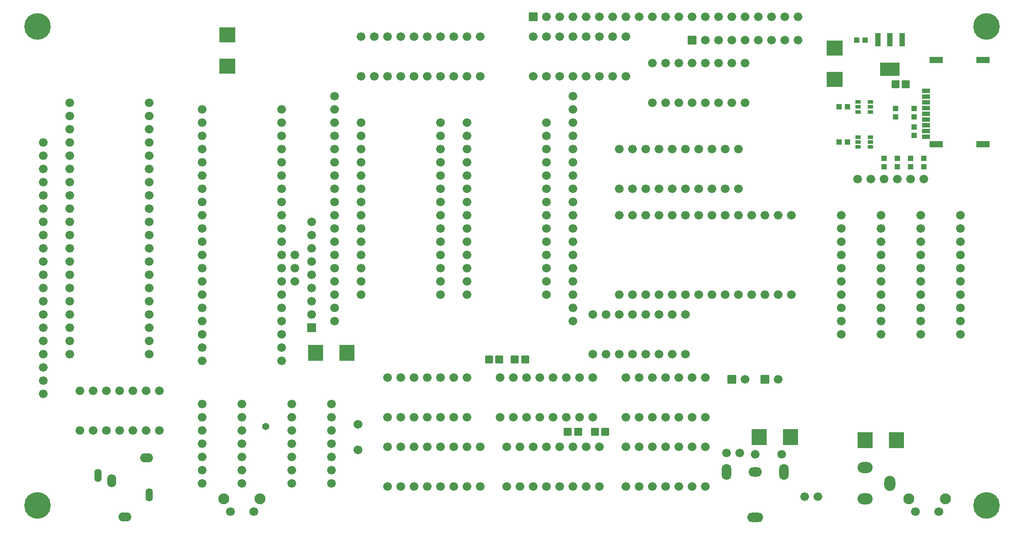
<source format=gts>
G04 Layer: TopSolderMaskLayer*
G04 EasyEDA v6.5.39, 2024-02-04 18:04:26*
G04 6365909e63f64f6689fdd3236b4dce0a,5509f98a9368439c9cde498926e245b9,10*
G04 Gerber Generator version 0.2*
G04 Scale: 100 percent, Rotated: No, Reflected: No *
G04 Dimensions in inches *
G04 leading zeros omitted , absolute positions ,3 integer and 6 decimal *
%FSLAX36Y36*%
%MOIN*%

%AMMACRO1*1,1,$1,$2,$3*1,1,$1,$4,$5*1,1,$1,0-$2,0-$3*1,1,$1,0-$4,0-$5*20,1,$1,$2,$3,$4,$5,0*20,1,$1,$4,$5,0-$2,0-$3,0*20,1,$1,0-$2,0-$3,0-$4,0-$5,0*20,1,$1,0-$4,0-$5,$2,$3,0*4,1,4,$2,$3,$4,$5,0-$2,0-$3,0-$4,0-$5,$2,$3,0*%
%ADD10R,0.0434X0.0276*%
%ADD11C,0.0660*%
%ADD12MACRO1,0.004X-0.031X0.031X0.031X0.031*%
%ADD13MACRO1,0.004X-0.0278X-0.0266X-0.0278X0.0266*%
%ADD14MACRO1,0.004X0.0278X-0.0266X0.0278X0.0266*%
%ADD15MACRO1,0.004X0.0278X0.0266X0.0278X-0.0266*%
%ADD16MACRO1,0.004X-0.0278X0.0266X-0.0278X-0.0266*%
%ADD17MACRO1,0.004X-0.018X0.019X0.018X0.019*%
%ADD18R,0.0420X0.0400*%
%ADD19R,0.0426X0.1012*%
%ADD20R,0.1457X0.1012*%
%ADD21C,0.0669*%
%ADD22C,0.0827*%
%ADD23MACRO1,0.004X0.0551X-0.0593X-0.0551X-0.0593*%
%ADD24R,0.1025X0.0513*%
%ADD25R,0.0631X0.0324*%
%ADD26C,0.0670*%
%ADD27MACRO1,0.004X0.019X0.018X0.019X-0.018*%
%ADD28O,0.114X0.084*%
%ADD29O,0.084X0.114*%
%ADD30O,0.054000000000000006X0.099*%
%ADD31O,0.099X0.067*%
%ADD32O,0.067X0.099*%
%ADD33MACRO1,0.004X-0.0551X0.0593X0.0551X0.0593*%
%ADD34O,0.12211X0.070929*%
%ADD35O,0.070929X0.12211*%
%ADD36O,0.102425X0.070929*%
%ADD37R,0.0670X0.0660*%
%ADD38MACRO1,0.004X-0.031X0.0315X0.031X0.0315*%
%ADD39MACRO1,0.004X-0.0593X-0.0551X-0.0593X0.0551*%
%ADD40C,0.2008*%
%ADD41C,0.0540*%
%ADD42C,0.0199*%

%LPD*%
D10*
G01*
X6447240Y2867600D03*
G01*
X6447240Y2905000D03*
G01*
X6447240Y2942399D03*
G01*
X6352759Y2942399D03*
G01*
X6352759Y2905000D03*
G01*
X6352759Y2867600D03*
G01*
X6447240Y3132600D03*
G01*
X6447240Y3170000D03*
G01*
X6447240Y3207399D03*
G01*
X6352759Y3207399D03*
G01*
X6352759Y3170000D03*
G01*
X6352759Y3132600D03*
D11*
G01*
X4400000Y3850000D03*
D12*
G01*
X3900000Y3850000D03*
D11*
G01*
X4000000Y3850000D03*
G01*
X4100000Y3850000D03*
G01*
X4200000Y3850000D03*
G01*
X4300000Y3850000D03*
G01*
X4500000Y3850000D03*
G01*
X4600000Y3850000D03*
G01*
X4700000Y3850000D03*
G01*
X4800000Y3850000D03*
G01*
X5200000Y3850000D03*
G01*
X5300000Y3850000D03*
G01*
X5400000Y3850000D03*
G01*
X5500000Y3850000D03*
G01*
X5600000Y3850000D03*
G01*
X5700000Y3850000D03*
G01*
X5800000Y3850000D03*
G01*
X5900000Y3850000D03*
G01*
X4900000Y3850000D03*
G01*
X5000000Y3850000D03*
G01*
X5100000Y3850000D03*
D13*
G01*
X3839371Y1260000D03*
D14*
G01*
X3760628Y1260000D03*
D15*
G01*
X4160628Y715000D03*
D16*
G01*
X4239371Y715000D03*
G01*
X3644371Y1260000D03*
D15*
G01*
X3565628Y1260000D03*
D14*
G01*
X4365628Y715000D03*
D13*
G01*
X4444371Y715000D03*
D15*
G01*
X6635628Y3340000D03*
D16*
G01*
X6714371Y3340000D03*
D17*
G01*
X6208510Y2905000D03*
G01*
X6271509Y2905000D03*
D18*
G01*
X6550000Y2781500D03*
G01*
X6550000Y2718499D03*
D11*
G01*
X7125000Y2350000D03*
G01*
X7125000Y2250000D03*
G01*
X7125000Y2150000D03*
G01*
X7125000Y2050000D03*
G01*
X7125000Y1950000D03*
G01*
X7125000Y1850000D03*
G01*
X7125000Y1750000D03*
G01*
X7125000Y1650000D03*
G01*
X7125000Y1550000D03*
G01*
X7125000Y1450000D03*
G01*
X6825000Y1450000D03*
G01*
X6825000Y1550000D03*
G01*
X6825000Y1650000D03*
G01*
X6825000Y1750000D03*
G01*
X6825000Y1850000D03*
G01*
X6825000Y1950000D03*
G01*
X6825000Y2050000D03*
G01*
X6825000Y2150000D03*
G01*
X6825000Y2250000D03*
G01*
X6825000Y2350000D03*
G01*
X6525000Y2350000D03*
G01*
X6525000Y2250000D03*
G01*
X6525000Y2150000D03*
G01*
X6525000Y2050000D03*
G01*
X6525000Y1950000D03*
G01*
X6525000Y1850000D03*
G01*
X6525000Y1750000D03*
G01*
X6525000Y1650000D03*
G01*
X6525000Y1550000D03*
G01*
X6525000Y1450000D03*
G01*
X6225000Y1450000D03*
G01*
X6225000Y1550000D03*
G01*
X6225000Y1650000D03*
G01*
X6225000Y1750000D03*
G01*
X6225000Y1850000D03*
G01*
X6225000Y1950000D03*
G01*
X6225000Y2050000D03*
G01*
X6225000Y2150000D03*
G01*
X6225000Y2250000D03*
G01*
X6225000Y2350000D03*
D19*
G01*
X6684600Y3676379D03*
G01*
X6594049Y3676379D03*
G01*
X6503490Y3676379D03*
D20*
G01*
X6594049Y3453150D03*
D21*
G01*
X6786419Y110790D03*
G01*
X6963580Y110790D03*
D22*
G01*
X6737209Y209209D03*
G01*
X7012799Y209209D03*
D11*
G01*
X2100000Y1950000D03*
G01*
X2100000Y2050000D03*
G01*
X6050000Y225000D03*
G01*
X5950000Y225000D03*
D23*
G01*
X5843110Y675000D03*
G01*
X5606889Y675000D03*
D21*
G01*
X1611419Y110799D03*
G01*
X1788580Y110799D03*
D22*
G01*
X1562209Y209220D03*
G01*
X1837799Y209220D03*
D11*
G01*
X2375000Y925000D03*
G01*
X2375000Y825000D03*
G01*
X2375000Y725000D03*
G01*
X2375000Y625000D03*
G01*
X2375000Y525000D03*
G01*
X2375000Y425000D03*
G01*
X2375000Y325000D03*
G01*
X2075000Y325000D03*
G01*
X2075000Y425000D03*
G01*
X2075000Y525000D03*
G01*
X2075000Y625000D03*
G01*
X2075000Y725000D03*
G01*
X2075000Y825000D03*
G01*
X2075000Y925000D03*
G01*
X4600000Y1125000D03*
G01*
X4700000Y1125000D03*
G01*
X4800000Y1125000D03*
G01*
X4900000Y1125000D03*
G01*
X5000000Y1125000D03*
G01*
X5100000Y1125000D03*
G01*
X5200000Y1125000D03*
G01*
X5200000Y825000D03*
G01*
X5100000Y825000D03*
G01*
X5000000Y825000D03*
G01*
X4900000Y825000D03*
G01*
X4800000Y825000D03*
G01*
X4700000Y825000D03*
G01*
X4600000Y825000D03*
G01*
X5850000Y1750000D03*
G01*
X5750000Y1750000D03*
G01*
X5650000Y1750000D03*
G01*
X5550000Y1750000D03*
G01*
X5450000Y1750000D03*
G01*
X5350000Y1750000D03*
G01*
X5249939Y1750000D03*
G01*
X5150000Y1750000D03*
G01*
X5050000Y1750000D03*
G01*
X4950000Y1750000D03*
G01*
X4850000Y1750000D03*
G01*
X4750000Y1750000D03*
G01*
X4650000Y1750000D03*
G01*
X4550000Y1750000D03*
G01*
X4550000Y2350000D03*
G01*
X4650000Y2350000D03*
G01*
X4750000Y2350000D03*
G01*
X4850000Y2350000D03*
G01*
X4950000Y2350000D03*
G01*
X5050000Y2350000D03*
G01*
X5150000Y2350000D03*
G01*
X5250000Y2350000D03*
G01*
X5350000Y2350000D03*
G01*
X5450000Y2350000D03*
G01*
X5550000Y2350000D03*
G01*
X5650000Y2350000D03*
G01*
X5750000Y2350000D03*
G01*
X5850000Y2350000D03*
G01*
X1700000Y925000D03*
G01*
X1700000Y825000D03*
G01*
X1700000Y725000D03*
G01*
X1700000Y625000D03*
G01*
X1700000Y525000D03*
G01*
X1700000Y425000D03*
G01*
X1700000Y325000D03*
G01*
X1400000Y325000D03*
G01*
X1400000Y425000D03*
G01*
X1400000Y525000D03*
G01*
X1400000Y625000D03*
G01*
X1400000Y725000D03*
G01*
X1400000Y825000D03*
G01*
X1400000Y925000D03*
G01*
X4600000Y600000D03*
G01*
X4700000Y600000D03*
G01*
X4800000Y600000D03*
G01*
X4900000Y600000D03*
G01*
X5000000Y600000D03*
G01*
X5100000Y600000D03*
G01*
X5200000Y600000D03*
G01*
X5200000Y300000D03*
G01*
X5100000Y300000D03*
G01*
X5000000Y300000D03*
G01*
X4900000Y300000D03*
G01*
X4800000Y300000D03*
G01*
X4700000Y300000D03*
G01*
X4600000Y300000D03*
G01*
X4550000Y2849969D03*
G01*
X4650000Y2849969D03*
G01*
X4750000Y2849969D03*
G01*
X4850000Y2849969D03*
G01*
X4950000Y2849969D03*
G01*
X5050000Y2849969D03*
G01*
X5150000Y2849969D03*
G01*
X5250000Y2849969D03*
G01*
X5350000Y2849969D03*
G01*
X5450000Y2849969D03*
G01*
X5450000Y2549969D03*
G01*
X5350000Y2549969D03*
G01*
X5250000Y2549969D03*
G01*
X5150000Y2549969D03*
G01*
X5050000Y2549969D03*
G01*
X4950000Y2549969D03*
G01*
X4850000Y2549969D03*
G01*
X4750000Y2549969D03*
G01*
X4650000Y2549969D03*
G01*
X4550000Y2549969D03*
G01*
X4000000Y3050000D03*
G01*
X4000000Y2950000D03*
G01*
X4000000Y2850000D03*
G01*
X4000000Y2750000D03*
G01*
X4000000Y2650000D03*
G01*
X4000000Y2550000D03*
G01*
X4000000Y2449940D03*
G01*
X4000000Y2350000D03*
G01*
X4000000Y2250000D03*
G01*
X4000000Y2150000D03*
G01*
X4000000Y2050000D03*
G01*
X4000000Y1950000D03*
G01*
X4000000Y1850000D03*
G01*
X4000000Y1750000D03*
G01*
X3400000Y1750000D03*
G01*
X3400000Y1850000D03*
G01*
X3400000Y1950000D03*
G01*
X3400000Y2050000D03*
G01*
X3400000Y2150000D03*
G01*
X3400000Y2250000D03*
G01*
X3400000Y2350000D03*
G01*
X3400000Y2450000D03*
G01*
X3400000Y2550000D03*
G01*
X3400000Y2650000D03*
G01*
X3400000Y2750000D03*
G01*
X3400000Y2850000D03*
G01*
X3400000Y2950000D03*
G01*
X3400000Y3050000D03*
G01*
X5050000Y1600000D03*
G01*
X4950000Y1600000D03*
G01*
X4650000Y1600000D03*
G01*
X4550000Y1600000D03*
G01*
X4850000Y1600000D03*
G01*
X4750000Y1600000D03*
G01*
X4450000Y1600000D03*
G01*
X4350000Y1600000D03*
G01*
X4350000Y1300000D03*
G01*
X4450000Y1300000D03*
G01*
X4550000Y1300000D03*
G01*
X4650000Y1300000D03*
G01*
X4750000Y1300000D03*
G01*
X4850000Y1300000D03*
G01*
X4950000Y1300000D03*
G01*
X5050000Y1300000D03*
G01*
X2800000Y1125000D03*
G01*
X2900000Y1125000D03*
G01*
X3000000Y1125000D03*
G01*
X3100000Y1125000D03*
G01*
X3200000Y1125000D03*
G01*
X3300000Y1125000D03*
G01*
X3400000Y1125000D03*
G01*
X3400000Y825000D03*
G01*
X3300000Y825000D03*
G01*
X3200000Y825000D03*
G01*
X3100000Y825000D03*
G01*
X3000000Y825000D03*
G01*
X2900000Y825000D03*
G01*
X2800000Y825000D03*
G01*
X4600000Y3700000D03*
G01*
X4500000Y3700000D03*
G01*
X4200000Y3700000D03*
G01*
X4100000Y3700000D03*
G01*
X4400000Y3700000D03*
G01*
X4300000Y3700000D03*
G01*
X4000000Y3700000D03*
G01*
X3900000Y3700000D03*
G01*
X3900000Y3400000D03*
G01*
X4000000Y3400000D03*
G01*
X4100000Y3400000D03*
G01*
X4200000Y3400000D03*
G01*
X4300000Y3400000D03*
G01*
X4400000Y3400000D03*
G01*
X4500000Y3400000D03*
G01*
X4600000Y3400000D03*
G01*
X2800000Y300000D03*
G01*
X2900000Y300000D03*
G01*
X3200000Y300000D03*
G01*
X3300000Y300000D03*
G01*
X3000000Y300000D03*
G01*
X3100000Y300000D03*
G01*
X3400000Y300000D03*
G01*
X3500000Y300000D03*
G01*
X3500000Y600000D03*
G01*
X3400000Y600000D03*
G01*
X3300000Y600000D03*
G01*
X3200000Y600000D03*
G01*
X3100000Y600000D03*
G01*
X3000000Y600000D03*
G01*
X2900000Y600000D03*
G01*
X2800000Y600000D03*
G01*
X3700000Y300000D03*
G01*
X3800000Y300000D03*
G01*
X4100000Y300000D03*
G01*
X4200000Y300000D03*
G01*
X3900000Y300000D03*
G01*
X4000000Y300000D03*
G01*
X4300000Y300000D03*
G01*
X4400000Y300000D03*
G01*
X4400000Y600000D03*
G01*
X4300000Y600000D03*
G01*
X4200000Y600000D03*
G01*
X4100000Y600000D03*
G01*
X4000000Y600000D03*
G01*
X3900000Y600000D03*
G01*
X3800000Y600000D03*
G01*
X3700000Y600000D03*
G01*
X3650000Y825000D03*
G01*
X3750000Y825000D03*
G01*
X4050000Y825000D03*
G01*
X4150000Y825000D03*
G01*
X3850000Y825000D03*
G01*
X3950000Y825000D03*
G01*
X4250000Y825000D03*
G01*
X4350000Y825000D03*
G01*
X4350000Y1125000D03*
G01*
X4250000Y1125000D03*
G01*
X4150000Y1125000D03*
G01*
X4050000Y1125000D03*
G01*
X3950000Y1125000D03*
G01*
X3850000Y1125000D03*
G01*
X3750000Y1125000D03*
G01*
X3650000Y1125000D03*
G01*
X5500000Y3500000D03*
G01*
X5400000Y3500000D03*
G01*
X5100000Y3500000D03*
G01*
X5000000Y3500000D03*
G01*
X5300000Y3500000D03*
G01*
X5200000Y3500000D03*
G01*
X4900000Y3500000D03*
G01*
X4800000Y3500000D03*
G01*
X4800000Y3200000D03*
G01*
X4900000Y3200000D03*
G01*
X5000000Y3200000D03*
G01*
X5100000Y3200000D03*
G01*
X5200000Y3200000D03*
G01*
X5300000Y3200000D03*
G01*
X5400000Y3200000D03*
G01*
X5500000Y3200000D03*
G01*
X475000Y1025000D03*
G01*
X575000Y1025000D03*
G01*
X675000Y1025000D03*
G01*
X775000Y1025000D03*
G01*
X875000Y1025000D03*
G01*
X975000Y1025000D03*
G01*
X1075000Y1025000D03*
G01*
X1075000Y725000D03*
G01*
X975000Y725000D03*
G01*
X875000Y725000D03*
G01*
X775000Y725000D03*
G01*
X675000Y725000D03*
G01*
X575000Y725000D03*
G01*
X475000Y725000D03*
D24*
G01*
X6942489Y3525030D03*
G01*
X7296819Y3525030D03*
G01*
X7296819Y2889200D03*
G01*
X6942489Y2889200D03*
D25*
G01*
X6865050Y2943530D03*
G01*
X6865050Y2986840D03*
G01*
X6865050Y3030149D03*
G01*
X6865050Y3073460D03*
G01*
X6865050Y3116759D03*
G01*
X6865050Y3160070D03*
G01*
X6865050Y3203380D03*
G01*
X6865050Y3246680D03*
G01*
X6865050Y3289989D03*
D11*
G01*
X200000Y1000000D03*
G01*
X200000Y1100000D03*
G01*
X200000Y1200000D03*
G01*
X200000Y1300000D03*
G01*
X200000Y1400000D03*
G01*
X200000Y1500000D03*
G01*
X200000Y1600000D03*
G01*
X200000Y1700000D03*
G01*
X200000Y1800000D03*
G01*
X200000Y1900000D03*
G01*
X200000Y2000000D03*
G01*
X200000Y2100000D03*
G01*
X200000Y2200000D03*
G01*
X200000Y2300000D03*
G01*
X200000Y2400000D03*
G01*
X200000Y2500000D03*
G01*
X200000Y2600000D03*
G01*
X200000Y2700000D03*
G01*
X200000Y2800000D03*
G01*
X200000Y2900000D03*
G01*
X2000000Y3150000D03*
G01*
X2000000Y3050000D03*
G01*
X2000000Y2950000D03*
G01*
X2000000Y2850000D03*
G01*
X2000000Y2750000D03*
G01*
X2000000Y2650000D03*
G01*
X2000000Y2550000D03*
G01*
X2000000Y2450000D03*
G01*
X2000000Y2350000D03*
G01*
X2000000Y2250000D03*
G01*
X2000000Y2150000D03*
G01*
X2000000Y2050000D03*
G01*
X2000000Y1950000D03*
G01*
X2000000Y1850000D03*
G01*
X2000000Y1750000D03*
G01*
X2000000Y1650000D03*
G01*
X2000000Y1550000D03*
G01*
X2000000Y1450000D03*
G01*
X2000000Y1350000D03*
G01*
X2000000Y1250000D03*
G01*
X1400000Y1250000D03*
G01*
X1400000Y1350000D03*
G01*
X1400000Y1450000D03*
G01*
X1400000Y1550000D03*
G01*
X1400000Y1650000D03*
G01*
X1400000Y1750000D03*
G01*
X1400000Y1850000D03*
G01*
X1400000Y1950000D03*
G01*
X1400000Y2050000D03*
G01*
X1400000Y2150000D03*
G01*
X1400000Y2250000D03*
G01*
X1400000Y2350000D03*
G01*
X1400000Y2450000D03*
G01*
X1400000Y2550000D03*
G01*
X1400000Y2650000D03*
G01*
X1400000Y2750000D03*
G01*
X1400000Y2850000D03*
G01*
X1400000Y2950000D03*
G01*
X1400000Y3050000D03*
G01*
X1400000Y3150000D03*
G01*
X1000000Y3200000D03*
G01*
X1000000Y3100000D03*
G01*
X1000000Y3000000D03*
G01*
X1000000Y2900000D03*
G01*
X1000000Y2800000D03*
G01*
X1000000Y2700000D03*
G01*
X1000000Y2600000D03*
G01*
X1000000Y2500000D03*
G01*
X1000000Y2400000D03*
G01*
X1000000Y2300000D03*
G01*
X1000000Y2200000D03*
G01*
X1000000Y2100000D03*
G01*
X1000000Y2000000D03*
G01*
X1000000Y1900000D03*
G01*
X1000000Y1800000D03*
G01*
X1000000Y1700000D03*
G01*
X1000000Y1600000D03*
G01*
X1000000Y1500000D03*
G01*
X1000000Y1400000D03*
G01*
X1000000Y1300000D03*
G01*
X400000Y1300000D03*
G01*
X400000Y1400000D03*
G01*
X400000Y1500000D03*
G01*
X400000Y1600000D03*
G01*
X400000Y1700000D03*
G01*
X400000Y1800000D03*
G01*
X400000Y1900000D03*
G01*
X400000Y2000000D03*
G01*
X400000Y2100000D03*
G01*
X400000Y2200000D03*
G01*
X400000Y2300000D03*
G01*
X400000Y2400000D03*
G01*
X400000Y2500000D03*
G01*
X400000Y2600000D03*
G01*
X400000Y2700000D03*
G01*
X400000Y2800000D03*
G01*
X400000Y2900000D03*
G01*
X400000Y3000000D03*
G01*
X400000Y3100000D03*
G01*
X400000Y3200000D03*
G01*
X2600000Y3699969D03*
G01*
X2700000Y3699969D03*
G01*
X2800000Y3699969D03*
G01*
X2900000Y3699969D03*
G01*
X3000000Y3699969D03*
G01*
X3100000Y3699969D03*
G01*
X3200000Y3699969D03*
G01*
X3300000Y3699969D03*
G01*
X3400000Y3699969D03*
G01*
X3500000Y3699969D03*
G01*
X3500000Y3399969D03*
G01*
X3400000Y3399969D03*
G01*
X3300000Y3399969D03*
G01*
X3200000Y3399969D03*
G01*
X3100000Y3399969D03*
G01*
X3000000Y3399969D03*
G01*
X2900000Y3399969D03*
G01*
X2800000Y3399969D03*
G01*
X2700000Y3399969D03*
G01*
X2600000Y3399969D03*
G01*
X3200000Y3050000D03*
G01*
X3200000Y2950000D03*
G01*
X3200000Y2850000D03*
G01*
X3200000Y2750000D03*
G01*
X3200000Y2650000D03*
G01*
X3200000Y2550000D03*
G01*
X3200000Y2449940D03*
G01*
X3200000Y2350000D03*
G01*
X3200000Y2250000D03*
G01*
X3200000Y2150000D03*
G01*
X3200000Y2050000D03*
G01*
X3200000Y1950000D03*
G01*
X3200000Y1850000D03*
G01*
X3200000Y1750000D03*
G01*
X2600000Y1750000D03*
G01*
X2600000Y1850000D03*
G01*
X2600000Y1950000D03*
G01*
X2600000Y2050000D03*
G01*
X2600000Y2150000D03*
G01*
X2600000Y2250000D03*
G01*
X2600000Y2350000D03*
G01*
X2600000Y2450000D03*
G01*
X2600000Y2550000D03*
G01*
X2600000Y2650000D03*
G01*
X2600000Y2750000D03*
G01*
X2600000Y2850000D03*
G01*
X2600000Y2950000D03*
G01*
X2600000Y3050000D03*
D26*
G01*
X2575000Y578539D03*
G01*
X2575000Y771460D03*
D18*
G01*
X6635000Y3156500D03*
G01*
X6635000Y3093499D03*
D11*
G01*
X5460000Y555000D03*
G01*
X5360000Y555000D03*
D18*
G01*
X6775000Y3093510D03*
G01*
X6775000Y3156509D03*
D17*
G01*
X6343510Y3675000D03*
G01*
X6406509Y3675000D03*
G01*
X6208510Y3170000D03*
G01*
X6271509Y3170000D03*
D18*
G01*
X6775000Y3016500D03*
G01*
X6775000Y2953499D03*
D27*
G01*
X6850000Y2718500D03*
G01*
X6850000Y2781499D03*
G01*
X6750000Y2718500D03*
G01*
X6750000Y2781499D03*
G01*
X6650000Y2718500D03*
G01*
X6650000Y2781499D03*
D28*
G01*
X6407489Y443110D03*
G01*
X6407489Y206889D03*
D29*
G01*
X6592520Y325000D03*
D11*
G01*
X6850000Y2625000D03*
G01*
X6750000Y2625000D03*
G01*
X6650000Y2625000D03*
G01*
X6550000Y2625000D03*
G01*
X6450000Y2625000D03*
G01*
X6350000Y2625000D03*
D30*
G01*
X612089Y383589D03*
D31*
G01*
X978230Y517409D03*
D30*
G01*
X997910Y237950D03*
D32*
G01*
X714810Y344180D03*
D31*
G01*
X816810Y72590D03*
D11*
G01*
X2400000Y3250000D03*
G01*
X2400000Y3150000D03*
G01*
X2400000Y3050000D03*
G01*
X2400000Y2950000D03*
G01*
X2400000Y2850000D03*
G01*
X2400000Y2750000D03*
G01*
X2400000Y2650000D03*
G01*
X2400000Y2550000D03*
G01*
X2400000Y2450000D03*
G01*
X2400000Y2350000D03*
G01*
X2400000Y2250000D03*
G01*
X2400000Y2150000D03*
G01*
X2400000Y2050000D03*
G01*
X2400000Y1950000D03*
G01*
X2400000Y1850000D03*
G01*
X2400000Y1750000D03*
G01*
X2400000Y1650000D03*
G01*
X2400000Y1550000D03*
G01*
X4200000Y3250000D03*
G01*
X4200000Y3150000D03*
G01*
X4200000Y3050000D03*
G01*
X4200000Y2950000D03*
G01*
X4200000Y2850000D03*
G01*
X4200000Y2750000D03*
G01*
X4200000Y2650000D03*
G01*
X4200000Y2550000D03*
G01*
X4200000Y2450000D03*
G01*
X4200000Y2350000D03*
G01*
X4200000Y2250000D03*
G01*
X4200000Y2150000D03*
G01*
X4200000Y2050000D03*
G01*
X4200000Y1950000D03*
G01*
X4200000Y1850000D03*
G01*
X4200000Y1750000D03*
G01*
X4200000Y1650000D03*
G01*
X4200000Y1550000D03*
D33*
G01*
X2256889Y1310000D03*
G01*
X2493110Y1310000D03*
D34*
G01*
X5575000Y66340D03*
D35*
G01*
X5791540Y412800D03*
G01*
X5358469Y412800D03*
D36*
G01*
X5575000Y412800D03*
D37*
G01*
X2225000Y1500000D03*
D11*
G01*
X2225000Y1600000D03*
G01*
X2225000Y1700000D03*
G01*
X2225000Y1800000D03*
G01*
X2225000Y1900000D03*
G01*
X2225000Y2000000D03*
G01*
X2225000Y2100000D03*
G01*
X2225000Y2200000D03*
G01*
X2225000Y2300000D03*
D38*
G01*
X5100000Y3675000D03*
D11*
G01*
X5200000Y3675000D03*
G01*
X5300000Y3675000D03*
G01*
X5400000Y3675000D03*
G01*
X5500000Y3675000D03*
G01*
X5600000Y3675000D03*
G01*
X5700000Y3675000D03*
G01*
X5800000Y3675000D03*
G01*
X5900000Y3675000D03*
D33*
G01*
X6406889Y650000D03*
G01*
X6643110Y650000D03*
D11*
G01*
X2100000Y1850000D03*
G01*
X2100000Y1950000D03*
D39*
G01*
X6175001Y3376891D03*
G01*
X6175001Y3613111D03*
G01*
X1590000Y3476890D03*
G01*
X1590000Y3713109D03*
D12*
G01*
X5650000Y1110000D03*
D11*
G01*
X5750000Y1110000D03*
D12*
G01*
X5400000Y1110000D03*
D11*
G01*
X5500000Y1110000D03*
D40*
G01*
X157480Y157480D03*
G01*
X7322820Y157480D03*
G01*
X7322820Y3779520D03*
G01*
X157480Y3779520D03*
D11*
G01*
X4200000Y3150000D03*
G01*
X5775000Y545000D03*
G01*
X5575000Y545000D03*
D41*
G01*
X1880000Y755000D03*
M02*

</source>
